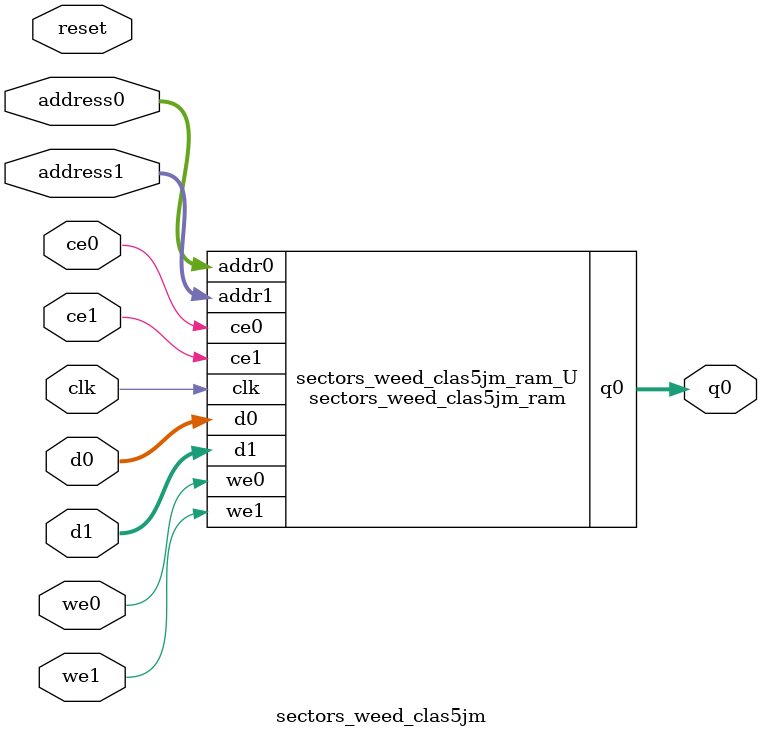
<source format=v>
`timescale 1 ns / 1 ps
module sectors_weed_clas5jm_ram (addr0, ce0, d0, we0, q0, addr1, ce1, d1, we1,  clk);

parameter DWIDTH = 24;
parameter AWIDTH = 3;
parameter MEM_SIZE = 5;

input[AWIDTH-1:0] addr0;
input ce0;
input[DWIDTH-1:0] d0;
input we0;
output reg[DWIDTH-1:0] q0;
input[AWIDTH-1:0] addr1;
input ce1;
input[DWIDTH-1:0] d1;
input we1;
input clk;

(* ram_style = "block" *)reg [DWIDTH-1:0] ram[0:MEM_SIZE-1];




always @(posedge clk)  
begin 
    if (ce0) begin
        if (we0) 
            ram[addr0] <= d0; 
        q0 <= ram[addr0];
    end
end


always @(posedge clk)  
begin 
    if (ce1) begin
        if (we1) 
            ram[addr1] <= d1; 
    end
end


endmodule

`timescale 1 ns / 1 ps
module sectors_weed_clas5jm(
    reset,
    clk,
    address0,
    ce0,
    we0,
    d0,
    q0,
    address1,
    ce1,
    we1,
    d1);

parameter DataWidth = 32'd24;
parameter AddressRange = 32'd5;
parameter AddressWidth = 32'd3;
input reset;
input clk;
input[AddressWidth - 1:0] address0;
input ce0;
input we0;
input[DataWidth - 1:0] d0;
output[DataWidth - 1:0] q0;
input[AddressWidth - 1:0] address1;
input ce1;
input we1;
input[DataWidth - 1:0] d1;



sectors_weed_clas5jm_ram sectors_weed_clas5jm_ram_U(
    .clk( clk ),
    .addr0( address0 ),
    .ce0( ce0 ),
    .we0( we0 ),
    .d0( d0 ),
    .q0( q0 ),
    .addr1( address1 ),
    .ce1( ce1 ),
    .we1( we1 ),
    .d1( d1 ));

endmodule


</source>
